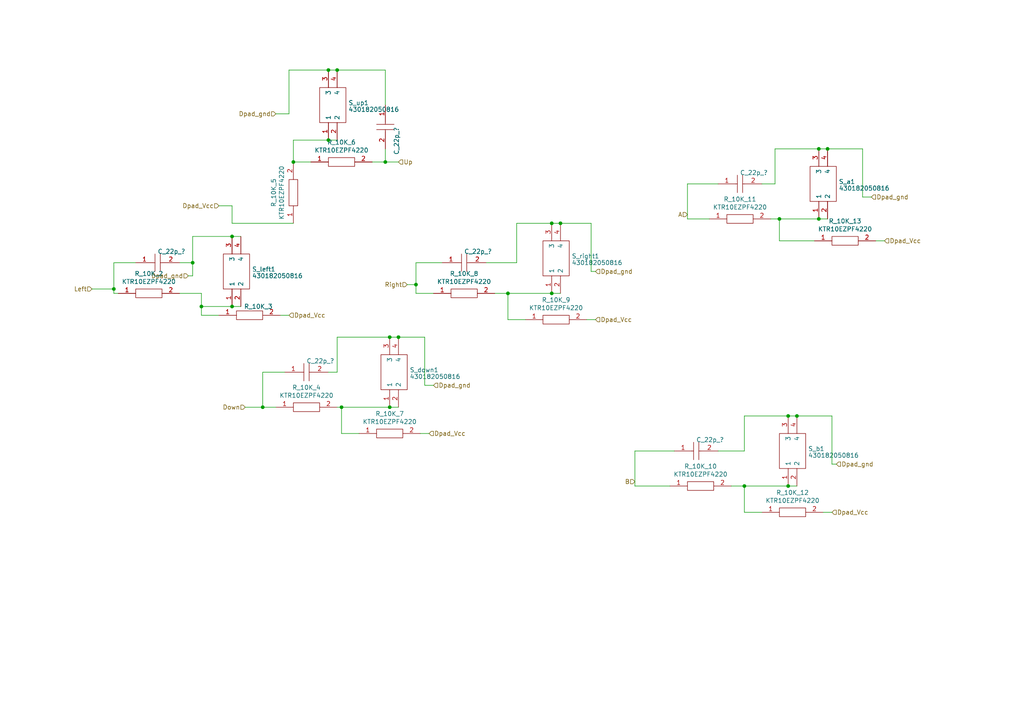
<source format=kicad_sch>
(kicad_sch (version 20230121) (generator eeschema)
  (paper "A4")
  (title_block (title "Dpad with debouncing filter") (date "2023-07-03") (rev "V1.0"))
  (lib_symbols
    (symbol "PicBytesMicro-rescue:GCG21BR71H154KA01K-SamacSys_Parts" (pin_names (offset 0.762))
      (property "Reference" "C" (at 8.89 6.35 0))
      (property "Value" "GCG21BR71H154KA01K-SamacSys_Parts" (at 8.89 3.81 0))
      (symbol "GCG21BR71H154KA01K-SamacSys_Parts_0_0"
        (pin passive line (at 0 0 0) (length 5.08) (name "~") (number "1"))
        (pin passive line (at 12.7 0 180) (length 5.08) (name "~") (number "2"))
      )
      (symbol "GCG21BR71H154KA01K-SamacSys_Parts_0_1"
        (polyline (pts (xy 5.08 0) (xy 5.588 0)) (stroke (width 0.1524)))
        (polyline (pts (xy 5.588 2.54) (xy 5.588 -2.54)) (stroke (width 0.1524)))
        (polyline (pts (xy 7.112 0) (xy 7.62 0)) (stroke (width 0.1524)))
        (polyline (pts (xy 7.112 2.54) (xy 7.112 -2.54)) (stroke (width 0.1524)))
      )
    )
    (symbol "PicBytesMicro-rescue:KTR10EZPF4220-SamacSys_Parts" (pin_names (offset 0.762))
      (property "Reference" "R" (at 13.97 6.35 0))
      (property "Value" "KTR10EZPF4220-SamacSys_Parts" (at 13.97 3.81 0))
      (symbol "KTR10EZPF4220-SamacSys_Parts_0_0"
        (pin passive line (at 0 0 0) (length 5.08) (name "~") (number "1"))
        (pin passive line (at 17.78 0 180) (length 5.08) (name "~") (number "2"))
      )
      (symbol "KTR10EZPF4220-SamacSys_Parts_0_1"
        (polyline (pts (xy 5.08 1.27) (xy 12.7 1.27) (xy 12.7 -1.27) (xy 5.08 -1.27) (xy 5.08 1.27)) (stroke (width 0.1524)))
      )
    )
    (symbol "User_lib:430182050816" (pin_names (offset 0.762))
      (property "Reference" "S" (at 16.51 7.62 0))
      (property "Value" "430182050816" (at 16.51 5.08 0))
      (symbol "430182050816_0_0"
        (pin passive line (at 0 0 0) (length 5.08) (name "1") (number "1"))
        (pin passive line (at 0 -2.54 0) (length 5.08) (name "2") (number "2"))
        (pin passive line (at 20.32 0 180) (length 5.08) (name "3") (number "3"))
        (pin passive line (at 20.32 -2.54 180) (length 5.08) (name "4") (number "4"))
      )
      (symbol "430182050816_0_1"
        (polyline (pts (xy 5.08 2.54) (xy 15.24 2.54) (xy 15.24 -5.08) (xy 5.08 -5.08) (xy 5.08 2.54)) (stroke (width 0.1524)))
      )
    )
  )
  (junction (at 111.76 46.99))
  (junction (at 160.02 64.77))
  (junction (at 97.79 20.32))
  (junction (at 120.65 82.55))
  (junction (at 231.14 120.65))
  (junction (at 228.6 140.97))
  (junction (at 160.02 85.09))
  (junction (at 55.88 76.2))
  (junction (at 33.02 83.82))
  (junction (at 95.25 20.32))
  (junction (at 162.56 64.77))
  (junction (at 113.03 118.11))
  (junction (at 228.6 120.65))
  (junction (at 240.03 43.18))
  (junction (at 215.9 140.97))
  (junction (at 237.49 63.5))
  (junction (at 85.09 46.99))
  (junction (at 115.57 97.79))
  (junction (at 113.03 97.79))
  (junction (at 95.25 40.64))
  (junction (at 237.49 43.18))
  (junction (at 67.31 68.58))
  (junction (at 76.2 118.11))
  (junction (at 67.31 88.9))
  (junction (at 58.42 88.9))
  (junction (at 226.06 63.5))
  (junction (at 99.06 118.11))
  (junction (at 147.32 85.09))
  (wire (pts (xy 80.01 33.02) (xy 83.82 33.02)))
  (wire (pts (xy 199.39 53.34) (xy 199.39 63.5)))
  (wire (pts (xy 97.79 118.11) (xy 99.06 118.11)))
  (wire (pts (xy 123.19 111.76) (xy 125.73 111.76)))
  (wire (pts (xy 55.88 80.01) (xy 55.88 76.2)))
  (wire (pts (xy 85.09 40.64) (xy 95.25 40.64)))
  (wire (pts (xy 250.19 43.18) (xy 240.03 43.18)))
  (wire (pts (xy 220.98 53.34) (xy 224.79 53.34)))
  (wire (pts (xy 39.37 76.2) (xy 33.02 76.2)))
  (wire (pts (xy 83.82 20.32) (xy 83.82 33.02)))
  (wire (pts (xy 76.2 107.95) (xy 76.2 118.11)))
  (wire (pts (xy 208.28 130.81) (xy 215.9 130.81)))
  (wire (pts (xy 128.27 76.2) (xy 120.65 76.2)))
  (wire (pts (xy 224.79 43.18) (xy 224.79 53.34)))
  (wire (pts (xy 120.65 82.55) (xy 118.11 82.55)))
  (wire (pts (xy 76.2 118.11) (xy 80.01 118.11)))
  (wire (pts (xy 111.76 43.18) (xy 111.76 46.99)))
  (wire (pts (xy 111.76 46.99) (xy 115.57 46.99)))
  (wire (pts (xy 143.51 85.09) (xy 147.32 85.09)))
  (wire (pts (xy 250.19 57.15) (xy 252.73 57.15)))
  (wire (pts (xy 113.03 97.79) (xy 97.79 97.79)))
  (wire (pts (xy 69.85 88.9) (xy 67.31 88.9)))
  (wire (pts (xy 256.54 69.85) (xy 254 69.85)))
  (wire (pts (xy 194.31 140.97) (xy 184.15 140.97)))
  (wire (pts (xy 241.3 148.59) (xy 238.76 148.59)))
  (wire (pts (xy 95.25 40.64) (xy 97.79 40.64)))
  (wire (pts (xy 199.39 53.34) (xy 208.28 53.34)))
  (wire (pts (xy 195.58 130.81) (xy 184.15 130.81)))
  (wire (pts (xy 97.79 20.32) (xy 111.76 20.32)))
  (wire (pts (xy 124.46 125.73) (xy 121.92 125.73)))
  (wire (pts (xy 231.14 120.65) (xy 228.6 120.65)))
  (wire (pts (xy 26.67 83.82) (xy 33.02 83.82)))
  (wire (pts (xy 107.95 46.99) (xy 111.76 46.99)))
  (wire (pts (xy 223.52 63.5) (xy 226.06 63.5)))
  (wire (pts (xy 55.88 80.01) (xy 54.61 80.01)))
  (wire (pts (xy 123.19 97.79) (xy 115.57 97.79)))
  (wire (pts (xy 83.82 91.44) (xy 81.28 91.44)))
  (wire (pts (xy 111.76 30.48) (xy 111.76 20.32)))
  (wire (pts (xy 67.31 59.69) (xy 63.5 59.69)))
  (wire (pts (xy 228.6 140.97) (xy 231.14 140.97)))
  (wire (pts (xy 162.56 64.77) (xy 160.02 64.77)))
  (wire (pts (xy 149.86 64.77) (xy 149.86 76.2)))
  (wire (pts (xy 226.06 69.85) (xy 226.06 63.5)))
  (wire (pts (xy 237.49 43.18) (xy 224.79 43.18)))
  (wire (pts (xy 250.19 57.15) (xy 250.19 43.18)))
  (wire (pts (xy 212.09 140.97) (xy 215.9 140.97)))
  (wire (pts (xy 33.02 83.82) (xy 33.02 85.09)))
  (wire (pts (xy 67.31 64.77) (xy 67.31 59.69)))
  (wire (pts (xy 58.42 88.9) (xy 58.42 91.44)))
  (wire (pts (xy 172.72 92.71) (xy 170.18 92.71)))
  (wire (pts (xy 67.31 68.58) (xy 69.85 68.58)))
  (wire (pts (xy 147.32 85.09) (xy 160.02 85.09)))
  (wire (pts (xy 242.57 134.62) (xy 241.3 134.62)))
  (wire (pts (xy 63.5 91.44) (xy 58.42 91.44)))
  (wire (pts (xy 71.12 118.11) (xy 76.2 118.11)))
  (wire (pts (xy 123.19 111.76) (xy 123.19 97.79)))
  (wire (pts (xy 120.65 85.09) (xy 125.73 85.09)))
  (wire (pts (xy 33.02 76.2) (xy 33.02 83.82)))
  (wire (pts (xy 113.03 118.11) (xy 115.57 118.11)))
  (wire (pts (xy 140.97 76.2) (xy 149.86 76.2)))
  (wire (pts (xy 228.6 140.97) (xy 215.9 140.97)))
  (wire (pts (xy 215.9 148.59) (xy 215.9 140.97)))
  (wire (pts (xy 55.88 76.2) (xy 55.88 68.58)))
  (wire (pts (xy 85.09 64.77) (xy 67.31 64.77)))
  (wire (pts (xy 241.3 134.62) (xy 241.3 120.65)))
  (wire (pts (xy 55.88 68.58) (xy 67.31 68.58)))
  (wire (pts (xy 160.02 64.77) (xy 149.86 64.77)))
  (wire (pts (xy 171.45 64.77) (xy 162.56 64.77)))
  (wire (pts (xy 160.02 85.09) (xy 162.56 85.09)))
  (wire (pts (xy 90.17 46.99) (xy 85.09 46.99)))
  (wire (pts (xy 115.57 97.79) (xy 113.03 97.79)))
  (wire (pts (xy 152.4 92.71) (xy 147.32 92.71)))
  (wire (pts (xy 95.25 20.32) (xy 97.79 20.32)))
  (wire (pts (xy 184.15 130.81) (xy 184.15 140.97)))
  (wire (pts (xy 120.65 76.2) (xy 120.65 82.55)))
  (wire (pts (xy 52.07 76.2) (xy 55.88 76.2)))
  (wire (pts (xy 120.65 82.55) (xy 120.65 85.09)))
  (wire (pts (xy 171.45 78.74) (xy 171.45 64.77)))
  (wire (pts (xy 240.03 43.18) (xy 237.49 43.18)))
  (wire (pts (xy 147.32 92.71) (xy 147.32 85.09)))
  (wire (pts (xy 52.07 85.09) (xy 58.42 85.09)))
  (wire (pts (xy 99.06 125.73) (xy 99.06 118.11)))
  (wire (pts (xy 83.82 20.32) (xy 95.25 20.32)))
  (wire (pts (xy 215.9 120.65) (xy 215.9 130.81)))
  (wire (pts (xy 205.74 63.5) (xy 199.39 63.5)))
  (wire (pts (xy 171.45 78.74) (xy 172.72 78.74)))
  (wire (pts (xy 237.49 63.5) (xy 226.06 63.5)))
  (wire (pts (xy 104.14 125.73) (xy 99.06 125.73)))
  (wire (pts (xy 113.03 118.11) (xy 99.06 118.11)))
  (wire (pts (xy 97.79 97.79) (xy 97.79 107.95)))
  (wire (pts (xy 85.09 46.99) (xy 85.09 40.64)))
  (wire (pts (xy 33.02 85.09) (xy 34.29 85.09)))
  (wire (pts (xy 82.55 107.95) (xy 76.2 107.95)))
  (wire (pts (xy 95.25 107.95) (xy 97.79 107.95)))
  (wire (pts (xy 58.42 88.9) (xy 58.42 85.09)))
  (wire (pts (xy 67.31 88.9) (xy 58.42 88.9)))
  (wire (pts (xy 237.49 63.5) (xy 240.03 63.5)))
  (wire (pts (xy 236.22 69.85) (xy 226.06 69.85)))
  (wire (pts (xy 241.3 120.65) (xy 231.14 120.65)))
  (wire (pts (xy 220.98 148.59) (xy 215.9 148.59)))
  (wire (pts (xy 228.6 120.65) (xy 215.9 120.65)))
  (hierarchical_label "Dpad_Vcc" (shape input) (at 241.3 148.59 0))
  (hierarchical_label "Dpad_Vcc" (shape input) (at 172.72 92.71 0))
  (hierarchical_label "Dpad_Vcc" (shape input) (at 83.82 91.44 0))
  (hierarchical_label "Dpad_gnd" (shape input) (at 172.72 78.74 0))
  (hierarchical_label "Dpad_Vcc" (shape input) (at 124.46 125.73 0))
  (hierarchical_label "Dpad_Vcc" (shape input) (at 256.54 69.85 0))
  (hierarchical_label "Left" (shape input) (at 26.67 83.82 180))
  (hierarchical_label "A" (shape input) (at 199.39 62.23 180))
  (hierarchical_label "Up" (shape input) (at 115.57 46.99 0))
  (hierarchical_label "Dpad_gnd" (shape input) (at 242.57 134.62 0))
  (hierarchical_label "Dpad_gnd" (shape input) (at 54.61 80.01 180))
  (hierarchical_label "B" (shape input) (at 184.15 139.7 180))
  (hierarchical_label "Down" (shape input) (at 71.12 118.11 180))
  (hierarchical_label "Right" (shape input) (at 118.11 82.55 180))
  (hierarchical_label "Dpad_gnd" (shape input) (at 80.01 33.02 180))
  (hierarchical_label "Dpad_gnd" (shape input) (at 125.73 111.76 0))
  (hierarchical_label "Dpad_Vcc" (shape input) (at 63.5 59.69 180))
  (hierarchical_label "Dpad_gnd" (shape input) (at 252.73 57.15 0))
  (symbol (lib_id "PicBytesMicro-rescue:KTR10EZPF4220-SamacSys_Parts") (at 220.98 148.59 0) (unit 1)
    (property "Reference" "R_10K_12" (at 229.87 142.875 0))
    (property "Value" "KTR10EZPF4220" (at 229.87 145.1864 0))
    (property "Footprint" "RESC2012X65N" (effects hide))
    (property "Datasheet" "http://rohmfs.rohm.com/en/products/databook/datasheet/passive/resistor/chip_resistor/ktr.pdf" (effects hide))
    (property "Description" "ROHM 0805 Resistor Chip" (effects hide))
    (property "Height" "0.65" (effects hide))
    (property "Manufacturer_Name" "ROHM Semiconductor" (effects hide))
    (property "Manufacturer_Part_Number" "KTR10EZPF4220" (effects hide))
  )
  (symbol (lib_id "PicBytesMicro-rescue:KTR10EZPF4220-SamacSys_Parts") (at 236.22 69.85 0) (unit 1)
    (property "Reference" "R_10K_13" (at 245.11 64.135 0))
    (property "Value" "KTR10EZPF4220" (at 245.11 66.4464 0))
    (property "Footprint" "RESC2012X65N" (effects hide))
    (property "Datasheet" "http://rohmfs.rohm.com/en/products/databook/datasheet/passive/resistor/chip_resistor/ktr.pdf" (effects hide))
    (property "Description" "ROHM 0805 Resistor Chip" (effects hide))
    (property "Height" "0.65" (effects hide))
    (property "Manufacturer_Name" "ROHM Semiconductor" (effects hide))
    (property "Manufacturer_Part_Number" "KTR10EZPF4220" (effects hide))
  )
  (symbol (lib_id "PicBytesMicro-rescue:KTR10EZPF4220-SamacSys_Parts") (at 152.4 92.71 0) (unit 1)
    (property "Reference" "R_10K_9" (at 161.29 86.995 0))
    (property "Value" "KTR10EZPF4220" (at 161.29 89.3064 0))
    (property "Footprint" "RESC2012X65N" (effects hide))
    (property "Datasheet" "http://rohmfs.rohm.com/en/products/databook/datasheet/passive/resistor/chip_resistor/ktr.pdf" (effects hide))
    (property "Description" "ROHM 0805 Resistor Chip" (effects hide))
    (property "Height" "0.65" (effects hide))
    (property "Manufacturer_Name" "ROHM Semiconductor" (effects hide))
    (property "Manufacturer_Part_Number" "KTR10EZPF4220" (effects hide))
  )
  (symbol (lib_id "PicBytesMicro-rescue:KTR10EZPF4220-SamacSys_Parts") (at 90.17 46.99 0) (unit 1)
    (property "Reference" "R_10K_6" (at 99.06 41.275 0))
    (property "Value" "KTR10EZPF4220" (at 99.06 43.5864 0))
    (property "Footprint" "RESC2012X65N" (effects hide))
    (property "Datasheet" "http://rohmfs.rohm.com/en/products/databook/datasheet/passive/resistor/chip_resistor/ktr.pdf" (effects hide))
    (property "Description" "ROHM 0805 Resistor Chip" (effects hide))
    (property "Height" "0.65" (effects hide))
    (property "Manufacturer_Name" "ROHM Semiconductor" (effects hide))
    (property "Manufacturer_Part_Number" "KTR10EZPF4220" (effects hide))
  )
  (symbol (lib_id "PicBytesMicro-rescue:KTR10EZPF4220-SamacSys_Parts") (at 63.5 91.44 0) (unit 1)
    (property "Reference" "R_10K_3" (at 74.93 88.9 0))
    (property "Value" "KTR10EZPF4220" (effects hide))
    (property "Footprint" "RESC2012X65N" (effects hide))
    (property "Datasheet" "http://rohmfs.rohm.com/en/products/databook/datasheet/passive/resistor/chip_resistor/ktr.pdf" (effects hide))
    (property "Description" "ROHM 0805 Resistor Chip" (effects hide))
    (property "Height" "0.65" (effects hide))
    (property "Manufacturer_Name" "ROHM Semiconductor" (effects hide))
    (property "Manufacturer_Part_Number" "KTR10EZPF4220" (effects hide))
  )
  (symbol (lib_id "PicBytesMicro-rescue:KTR10EZPF4220-SamacSys_Parts") (at 104.14 125.73 0) (unit 1)
    (property "Reference" "R_10K_7" (at 113.03 120.015 0))
    (property "Value" "KTR10EZPF4220" (at 113.03 122.3264 0))
    (property "Footprint" "RESC2012X65N" (effects hide))
    (property "Datasheet" "http://rohmfs.rohm.com/en/products/databook/datasheet/passive/resistor/chip_resistor/ktr.pdf" (effects hide))
    (property "Description" "ROHM 0805 Resistor Chip" (effects hide))
    (property "Height" "0.65" (effects hide))
    (property "Manufacturer_Name" "ROHM Semiconductor" (effects hide))
    (property "Manufacturer_Part_Number" "KTR10EZPF4220" (effects hide))
  )
  (symbol (lib_id "User_lib:430182050816") (at 237.49 63.5 90) (unit 1)
    (property "Reference" "S_a1" (at 243.2812 52.6963 90) (effects (justify right)))
    (property "Value" "430182050816" (at 243.2812 54.6173 90) (effects (justify right)))
    (property "Footprint" "430182070816" (effects hide))
    (property "Datasheet" "http://katalog.we-online.de/em/datasheet/4301x2xxx8x6.pdf" (effects hide))
    (property "Description" "Black Tactile Tactile Switch, NO 50 mA 1.6mm Surface Mount" (effects hide))
    (property "Mouser Part Number" "710-430182050816" (effects hide))
    (property "Mouser Price/Stock" "https://www.mouser.co.uk/ProductDetail/Wurth-Elektronik/430182050816?qs=wr8lucFkNMUyle0jQPgWGw%3D%3D" (effects hide))
    (property "Manufacturer_Name" "Wurth Elektronik" (effects hide))
    (property "Manufacturer_Part_Number" "430182050816" (effects hide))
  )
  (symbol (lib_id "PicBytesMicro-rescue:KTR10EZPF4220-SamacSys_Parts") (at 194.31 140.97 0) (unit 1)
    (property "Reference" "R_10K_10" (at 203.2 135.255 0))
    (property "Value" "KTR10EZPF4220" (at 203.2 137.5664 0))
    (property "Footprint" "User_lib:RESC2012X75N" (effects hide))
    (property "Datasheet" "http://rohmfs.rohm.com/en/products/databook/datasheet/passive/resistor/chip_resistor/ktr.pdf" (effects hide))
    (property "Description" "ROHM 0805 Resistor Chip" (effects hide))
    (property "Height" "0.65" (effects hide))
    (property "Manufacturer_Name" "ROHM Semiconductor" (effects hide))
    (property "Manufacturer_Part_Number" "KTR10EZPF4220" (effects hide))
  )
  (symbol (lib_id "User_lib:430182050816") (at 160.02 85.09 90) (unit 1)
    (property "Reference" "S_right1" (at 165.8112 74.2863 90) (effects (justify right)))
    (property "Value" "430182050816" (at 165.8112 76.2073 90) (effects (justify right)))
    (property "Footprint" "430182070816" (effects hide))
    (property "Datasheet" "http://katalog.we-online.de/em/datasheet/4301x2xxx8x6.pdf" (effects hide))
    (property "Description" "Black Tactile Tactile Switch, NO 50 mA 1.6mm Surface Mount" (effects hide))
    (property "Mouser Part Number" "710-430182050816" (effects hide))
    (property "Mouser Price/Stock" "https://www.mouser.co.uk/ProductDetail/Wurth-Elektronik/430182050816?qs=wr8lucFkNMUyle0jQPgWGw%3D%3D" (effects hide))
    (property "Manufacturer_Name" "Wurth Elektronik" (effects hide))
    (property "Manufacturer_Part_Number" "430182050816" (effects hide))
  )
  (symbol (lib_id "PicBytesMicro-rescue:KTR10EZPF4220-SamacSys_Parts") (at 205.74 63.5 0) (unit 1)
    (property "Reference" "R_10K_11" (at 214.63 57.785 0))
    (property "Value" "KTR10EZPF4220" (at 214.63 60.0964 0))
    (property "Footprint" "User_lib:RESC2012X75N" (effects hide))
    (property "Datasheet" "http://rohmfs.rohm.com/en/products/databook/datasheet/passive/resistor/chip_resistor/ktr.pdf" (effects hide))
    (property "Description" "ROHM 0805 Resistor Chip" (effects hide))
    (property "Height" "0.65" (effects hide))
    (property "Manufacturer_Name" "ROHM Semiconductor" (effects hide))
    (property "Manufacturer_Part_Number" "KTR10EZPF4220" (effects hide))
  )
  (symbol (lib_id "PicBytesMicro-rescue:GCG21BR71H154KA01K-SamacSys_Parts") (at 111.76 30.48 270) (unit 1)
    (property "Reference" "C_22p_?" (at 115.0112 36.83 0) (effects (justify left)))
    (property "Value" "GCG21BR71H154KA01K" (effects hide))
    (property "Footprint" "User_lib:CAPC2012X140N" (effects hide))
    (property "Datasheet" "https://psearch.en.murata.com/capacitor/product/GCG21BR71H154KA01%23.html" (effects hide))
    (property "Description" "Capacitor L=2.0mm W=1.25mm T=1.25mm" (effects hide))
    (property "Height" "1.45" (effects hide))
    (property "Manufacturer_Name" "Murata Electronics" (effects hide))
    (property "Manufacturer_Part_Number" "GCG21BR71H154KA01K" (effects hide))
    (instances (project "PicBytesMicro" (path "" (reference "C_22p_?") (unit 1)) (path "" (reference "C_100F_1") (unit 1))))
  )
  (symbol (lib_id "PicBytesMicro-rescue:KTR10EZPF4220-SamacSys_Parts") (at 80.01 118.11 0) (unit 1)
    (property "Reference" "R_10K_4" (at 88.9 112.395 0))
    (property "Value" "KTR10EZPF4220" (at 88.9 114.7064 0))
    (property "Footprint" "User_lib:RESC2012X75N" (effects hide))
    (property "Datasheet" "http://rohmfs.rohm.com/en/products/databook/datasheet/passive/resistor/chip_resistor/ktr.pdf" (effects hide))
    (property "Description" "ROHM 0805 Resistor Chip" (effects hide))
    (property "Height" "0.65" (effects hide))
    (property "Manufacturer_Name" "ROHM Semiconductor" (effects hide))
    (property "Manufacturer_Part_Number" "KTR10EZPF4220" (effects hide))
  )
  (symbol (lib_id "PicBytesMicro-rescue:GCG21BR71H154KA01K-SamacSys_Parts") (at 128.27 76.2 0) (unit 1)
    (property "Reference" "C_22p_?" (at 134.62 72.9488 0) (effects (justify left)))
    (property "Value" "GCG21BR71H154KA01K" (effects hide))
    (property "Footprint" "User_lib:CAPC2012X140N" (effects hide))
    (property "Datasheet" "https://psearch.en.murata.com/capacitor/product/GCG21BR71H154KA01%23.html" (effects hide))
    (property "Description" "Capacitor L=2.0mm W=1.25mm T=1.25mm" (effects hide))
    (property "Height" "1.45" (effects hide))
    (property "Manufacturer_Name" "Murata Electronics" (effects hide))
    (property "Manufacturer_Part_Number" "GCG21BR71H154KA01K" (effects hide))
    (instances (project "PicBytesMicro" (path "" (reference "C_22p_?") (unit 1)) (path "" (reference "C_22p_5") (unit 1))))
  )
  (symbol (lib_id "PicBytesMicro-rescue:KTR10EZPF4220-SamacSys_Parts") (at 85.09 64.77 90) (unit 1)
    (property "Reference" "R_10K_5" (at 79.375 55.88 0))
    (property "Value" "KTR10EZPF4220" (at 81.6864 55.88 0))
    (property "Footprint" "User_lib:RESC2012X75N" (effects hide))
    (property "Datasheet" "http://rohmfs.rohm.com/en/products/databook/datasheet/passive/resistor/chip_resistor/ktr.pdf" (effects hide))
    (property "Description" "ROHM 0805 Resistor Chip" (effects hide))
    (property "Height" "0.65" (effects hide))
    (property "Manufacturer_Name" "ROHM Semiconductor" (effects hide))
    (property "Manufacturer_Part_Number" "KTR10EZPF4220" (effects hide))
  )
  (symbol (lib_id "PicBytesMicro-rescue:GCG21BR71H154KA01K-SamacSys_Parts") (at 195.58 130.81 0) (unit 1)
    (property "Reference" "C_22p_?" (at 201.93 127.5588 0) (effects (justify left)))
    (property "Value" "GCG21BR71H154KA01K" (effects hide))
    (property "Footprint" "User_lib:CAPC2012X140N" (effects hide))
    (property "Datasheet" "https://psearch.en.murata.com/capacitor/product/GCG21BR71H154KA01%23.html" (effects hide))
    (property "Description" "Capacitor L=2.0mm W=1.25mm T=1.25mm" (effects hide))
    (property "Height" "1.45" (effects hide))
    (property "Manufacturer_Name" "Murata Electronics" (effects hide))
    (property "Manufacturer_Part_Number" "GCG21BR71H154KA01K" (effects hide))
    (instances (project "PicBytesMicro" (path "" (reference "C_22p_?") (unit 1)) (path "" (reference "C_22p_6") (unit 1))))
  )
  (symbol (lib_id "PicBytesMicro-rescue:GCG21BR71H154KA01K-SamacSys_Parts") (at 208.28 53.34 0) (unit 1)
    (property "Reference" "C_22p_?" (at 214.63 50.0888 0) (effects (justify left)))
    (property "Value" "GCG21BR71H154KA01K" (effects hide))
    (property "Footprint" "User_lib:CAPC2012X140N" (effects hide))
    (property "Datasheet" "https://psearch.en.murata.com/capacitor/product/GCG21BR71H154KA01%23.html" (effects hide))
    (property "Description" "Capacitor L=2.0mm W=1.25mm T=1.25mm" (effects hide))
    (property "Height" "1.45" (effects hide))
    (property "Manufacturer_Name" "Murata Electronics" (effects hide))
    (property "Manufacturer_Part_Number" "GCG21BR71H154KA01K" (effects hide))
    (instances (project "PicBytesMicro" (path "" (reference "C_22p_?") (unit 1)) (path "" (reference "C_22p_7") (unit 1))))
  )
  (symbol (lib_id "User_lib:430182050816") (at 113.03 118.11 90) (unit 1)
    (property "Reference" "S_down1" (at 118.8212 107.3063 90) (effects (justify right)))
    (property "Value" "430182050816" (at 118.8212 109.2273 90) (effects (justify right)))
    (property "Footprint" "430182070816" (effects hide))
    (property "Datasheet" "http://katalog.we-online.de/em/datasheet/4301x2xxx8x6.pdf" (effects hide))
    (property "Description" "Black Tactile Tactile Switch, NO 50 mA 1.6mm Surface Mount" (effects hide))
    (property "Mouser Part Number" "710-430182050816" (effects hide))
    (property "Mouser Price/Stock" "https://www.mouser.co.uk/ProductDetail/Wurth-Elektronik/430182050816?qs=wr8lucFkNMUyle0jQPgWGw%3D%3D" (effects hide))
    (property "Manufacturer_Name" "Wurth Elektronik" (effects hide))
    (property "Manufacturer_Part_Number" "430182050816" (effects hide))
  )
  (symbol (lib_id "PicBytesMicro-rescue:KTR10EZPF4220-SamacSys_Parts") (at 125.73 85.09 0) (unit 1)
    (property "Reference" "R_10K_8" (at 134.62 79.375 0))
    (property "Value" "KTR10EZPF4220" (at 134.62 81.6864 0))
    (property "Footprint" "User_lib:RESC2012X75N" (effects hide))
    (property "Datasheet" "http://rohmfs.rohm.com/en/products/databook/datasheet/passive/resistor/chip_resistor/ktr.pdf" (effects hide))
    (property "Description" "ROHM 0805 Resistor Chip" (effects hide))
    (property "Height" "0.65" (effects hide))
    (property "Manufacturer_Name" "ROHM Semiconductor" (effects hide))
    (property "Manufacturer_Part_Number" "KTR10EZPF4220" (effects hide))
  )
  (symbol (lib_id "User_lib:430182050816") (at 95.25 40.64 90) (unit 1)
    (property "Reference" "S_up1" (at 101.0412 29.8363 90) (effects (justify right)))
    (property "Value" "430182050816" (at 101.0412 31.7573 90) (effects (justify right)))
    (property "Footprint" "430182070816" (effects hide))
    (property "Datasheet" "http://katalog.we-online.de/em/datasheet/4301x2xxx8x6.pdf" (effects hide))
    (property "Description" "Black Tactile Tactile Switch, NO 50 mA 1.6mm Surface Mount" (effects hide))
    (property "Mouser Part Number" "710-430182050816" (effects hide))
    (property "Mouser Price/Stock" "https://www.mouser.co.uk/ProductDetail/Wurth-Elektronik/430182050816?qs=wr8lucFkNMUyle0jQPgWGw%3D%3D" (effects hide))
    (property "Manufacturer_Name" "Wurth Elektronik" (effects hide))
    (property "Manufacturer_Part_Number" "430182050816" (effects hide))
  )
  (symbol (lib_id "PicBytesMicro-rescue:KTR10EZPF4220-SamacSys_Parts") (at 34.29 85.09 0) (unit 1)
    (property "Reference" "R_10K_2" (at 43.18 79.375 0))
    (property "Value" "KTR10EZPF4220" (at 43.18 81.6864 0))
    (property "Footprint" "User_lib:RESC2012X75N" (effects hide))
    (property "Datasheet" "http://rohmfs.rohm.com/en/products/databook/datasheet/passive/resistor/chip_resistor/ktr.pdf" (effects hide))
    (property "Description" "ROHM 0805 Resistor Chip" (effects hide))
    (property "Height" "0.65" (effects hide))
    (property "Manufacturer_Name" "ROHM Semiconductor" (effects hide))
    (property "Manufacturer_Part_Number" "KTR10EZPF4220" (effects hide))
  )
  (symbol (lib_id "User_lib:430182050816") (at 228.6 140.97 90) (unit 1)
    (property "Reference" "S_b1" (at 234.3912 130.1663 90) (effects (justify right)))
    (property "Value" "430182050816" (at 234.3912 132.0873 90) (effects (justify right)))
    (property "Footprint" "430182070816" (effects hide))
    (property "Datasheet" "http://katalog.we-online.de/em/datasheet/4301x2xxx8x6.pdf" (effects hide))
    (property "Description" "Black Tactile Tactile Switch, NO 50 mA 1.6mm Surface Mount" (effects hide))
    (property "Mouser Part Number" "710-430182050816" (effects hide))
    (property "Mouser Price/Stock" "https://www.mouser.co.uk/ProductDetail/Wurth-Elektronik/430182050816?qs=wr8lucFkNMUyle0jQPgWGw%3D%3D" (effects hide))
    (property "Manufacturer_Name" "Wurth Elektronik" (effects hide))
    (property "Manufacturer_Part_Number" "430182050816" (effects hide))
  )
  (symbol (lib_id "PicBytesMicro-rescue:GCG21BR71H154KA01K-SamacSys_Parts") (at 39.37 76.2 0) (unit 1)
    (property "Reference" "C_22p_?" (at 45.72 72.9488 0) (effects (justify left)))
    (property "Value" "GCG21BR71H154KA01K" (effects hide))
    (property "Footprint" "User_lib:CAPC2012X140N" (effects hide))
    (property "Datasheet" "https://psearch.en.murata.com/capacitor/product/GCG21BR71H154KA01%23.html" (effects hide))
    (property "Description" "Capacitor L=2.0mm W=1.25mm T=1.25mm" (effects hide))
    (property "Height" "1.45" (effects hide))
    (property "Manufacturer_Name" "Murata Electronics" (effects hide))
    (property "Manufacturer_Part_Number" "GCG21BR71H154KA01K" (effects hide))
    (instances (project "PicBytesMicro" (path "" (reference "C_22p_?") (unit 1)) (path "" (reference "C_22p_3") (unit 1))))
  )
  (symbol (lib_id "PicBytesMicro-rescue:GCG21BR71H154KA01K-SamacSys_Parts") (at 82.55 107.95 0) (unit 1)
    (property "Reference" "C_22p_?" (at 88.9 104.6988 0) (effects (justify left)))
    (property "Value" "GCG21BR71H154KA01K" (effects hide))
    (property "Footprint" "User_lib:CAPC2012X140N" (effects hide))
    (property "Datasheet" "https://psearch.en.murata.com/capacitor/product/GCG21BR71H154KA01%23.html" (effects hide))
    (property "Description" "Capacitor L=2.0mm W=1.25mm T=1.25mm" (effects hide))
    (property "Height" "1.45" (effects hide))
    (property "Manufacturer_Name" "Murata Electronics" (effects hide))
    (property "Manufacturer_Part_Number" "GCG21BR71H154KA01K" (effects hide))
    (instances (project "PicBytesMicro" (path "" (reference "C_22p_?") (unit 1)) (path "" (reference "C_22p_4") (unit 1))))
  )
  (symbol (lib_id "User_lib:430182050816") (at 67.31 88.9 90) (unit 1)
    (property "Reference" "S_left1" (at 73.1012 78.0963 90) (effects (justify right)))
    (property "Value" "430182050816" (at 73.1012 80.0173 90) (effects (justify right)))
    (property "Footprint" "430182070816" (effects hide))
    (property "Datasheet" "http://katalog.we-online.de/em/datasheet/4301x2xxx8x6.pdf" (effects hide))
    (property "Description" "Black Tactile Tactile Switch, NO 50 mA 1.6mm Surface Mount" (effects hide))
    (property "Mouser Part Number" "710-430182050816" (effects hide))
    (property "Mouser Price/Stock" "https://www.mouser.co.uk/ProductDetail/Wurth-Elektronik/430182050816?qs=wr8lucFkNMUyle0jQPgWGw%3D%3D" (effects hide))
    (property "Manufacturer_Name" "Wurth Elektronik" (effects hide))
    (property "Manufacturer_Part_Number" "430182050816" (effects hide))
  )
)
</source>
